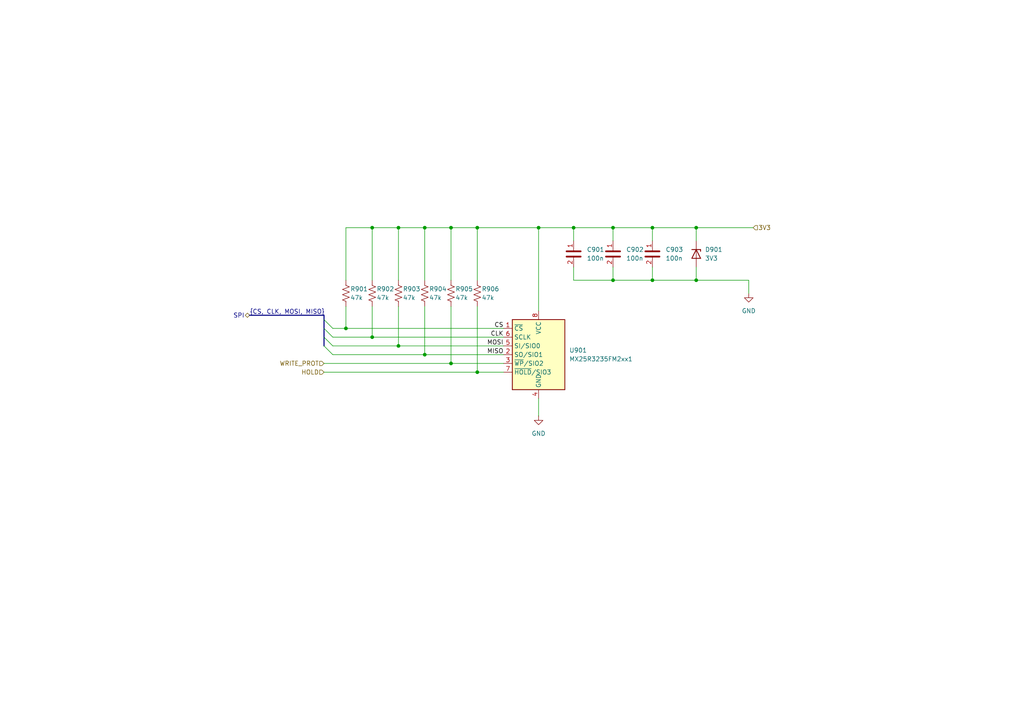
<source format=kicad_sch>
(kicad_sch (version 20250114) (generator "eeschema") (generator_version "9.0")
  (paper "A4")
  (lib_symbols
    (symbol "Memory_Flash:MX25R3235FM2xx1"
      (property "Reference" "U" (at -5.08 11.43 0))
      (property "Value" "MX25R3235FM2xx1" (at 11.43 11.43 0))
      (symbol "MX25R3235FM2xx1_0_1"
        (rectangle (start -7.62 10.16) (end 7.62 -10.16) (stroke (width 0.254)) (fill (type background)))
      )
      (symbol "MX25R3235FM2xx1_1_1"
        (pin input line (at -10.16 7.62 0) (length 2.54) (name "~{CS}") (number "1"))
        (pin input line (at -10.16 5.08 0) (length 2.54) (name "SCLK") (number "6"))
        (pin bidirectional line (at -10.16 2.54 0) (length 2.54) (name "SI/SIO0") (number "5"))
        (pin bidirectional line (at -10.16 0 0) (length 2.54) (name "SO/SIO1") (number "2"))
        (pin bidirectional line (at -10.16 -2.54 0) (length 2.54) (name "~{WP}/SIO2") (number "3"))
        (pin bidirectional line (at -10.16 -5.08 0) (length 2.54) (name "~{HOLD}/SIO3") (number "7"))
        (pin power_in line (at 0 12.7 270) (length 2.54) (name "VCC") (number "8"))
        (pin power_in line (at 0 -12.7 90) (length 2.54) (name "GND") (number "4"))
      )
    )
    (symbol "bfr_capacitors:CL05B104KB54PNC"
      (property "Reference" "C" (at 0 2.54 0))
      (property "Value" "100n" (at 1.27 2.54 0))
      (symbol "CL05B104KB54PNC_0_1"
        (polyline (pts (xy -2.032 0.762) (xy 2.032 0.762)) (stroke (width 0.508)))
        (polyline (pts (xy -2.032 -0.762) (xy 2.032 -0.762)) (stroke (width 0.508)))
      )
      (symbol "CL05B104KB54PNC_1_1"
        (pin passive line (at 0 3.81 270) (length 2.794) (name "~") (number "1"))
        (pin passive line (at 0 -3.81 90) (length 2.794) (name "~") (number "2"))
      )
    )
    (symbol "bfr_diodes:BZT52C3V3" (pin_numbers (hide yes)) (pin_names (offset 1.016) (hide yes))
      (property "Reference" "D" (at 0 2.54 0))
      (property "Value" "3V3" (at 0 -2.54 0))
      (symbol "BZT52C3V3_0_1"
        (polyline (pts (xy -1.27 1.27) (xy -1.27 1.27) (xy -1.27 1.27) (xy -1.27 -1.27) (xy -1.27 -1.27) (xy -1.27 -1.27)) (stroke (width 0.254)))
        (polyline (pts (xy 1.27 1.27) (xy 1.27 -1.27) (xy -1.27 0) (xy 1.27 1.27)) (stroke (width 0.254)))
        (polyline (pts (xy 1.27 0) (xy -1.27 0)))
      )
      (symbol "BZT52C3V3_1_1"
        (polyline (pts (xy -1.27 1.27) (xy -0.762 1.27)) (stroke (width 0.254)))
        (pin passive line (at -3.81 0 0) (length 2.54) (name "K") (number "1"))
        (pin passive line (at 3.81 0 180) (length 2.54) (name "A") (number "2"))
      )
    )
    (symbol "bfr_resistors:RMCF0402FT47K0" (pin_numbers (hide yes))
      (property "Reference" "R" (at 0 2.54 0))
      (property "Value" "47k" (at 1.27 2.54 0))
      (symbol "RMCF0402FT47K0_0_1"
        (polyline (pts (xy -2.286 0) (xy -2.54 0)))
        (polyline (pts (xy -2.286 0) (xy -1.905 1.016) (xy -1.524 0) (xy -1.143 -1.016) (xy -0.762 0)))
        (polyline (pts (xy -0.762 0) (xy -0.381 1.016) (xy 0 0) (xy 0.381 -1.016) (xy 0.762 0)))
        (polyline (pts (xy 0.762 0) (xy 1.143 1.016) (xy 1.524 0) (xy 1.905 -1.016) (xy 2.286 0)))
        (polyline (pts (xy 2.286 0) (xy 2.54 0)))
      )
      (symbol "RMCF0402FT47K0_1_1"
        (pin passive line (at -3.81 0 0) (length 1.27) (name "~") (number "1"))
        (pin passive line (at 3.81 0 180) (length 1.27) (name "~") (number "2"))
      )
    )
    (symbol "power:GND" (power) (pin_numbers (hide yes)) (pin_names (offset 0) (hide yes))
      (property "Value" "GND" (at 0 -3.81 0))
      (symbol "GND_0_1"
        (polyline (pts (xy 0 0) (xy 0 -1.27) (xy 1.27 -1.27) (xy 0 -2.54) (xy -1.27 -1.27) (xy 0 -1.27)))
      )
      (symbol "GND_1_1"
        (pin power_in line (at 0 0 270) (length 0) (name "~") (number "1"))
      )
    )
  )
  (junction (at 201.93 81.28))
  (junction (at 138.43 107.95))
  (junction (at 130.81 105.41))
  (junction (at 107.95 66.04))
  (junction (at 123.19 66.04))
  (junction (at 156.21 66.04))
  (junction (at 100.33 95.25))
  (junction (at 123.19 102.87))
  (junction (at 107.95 97.79))
  (junction (at 130.81 66.04))
  (junction (at 177.8 66.04))
  (junction (at 138.43 66.04))
  (junction (at 177.8 81.28))
  (junction (at 189.23 66.04))
  (junction (at 201.93 66.04))
  (junction (at 115.57 66.04))
  (junction (at 115.57 100.33))
  (junction (at 166.37 66.04))
  (junction (at 189.23 81.28))
  (bus_entry (at 93.98 92.71) (size 2.54 2.54))
  (bus_entry (at 93.98 97.79) (size 2.54 2.54))
  (bus_entry (at 93.98 100.33) (size 2.54 2.54))
  (bus_entry (at 93.98 95.25) (size 2.54 2.54))
  (bus (pts (xy 93.98 92.71) (xy 93.98 95.25)))
  (wire (pts (xy 138.43 107.95) (xy 146.05 107.95)))
  (wire (pts (xy 107.95 88.9) (xy 107.95 97.79)))
  (wire (pts (xy 96.52 95.25) (xy 100.33 95.25)))
  (wire (pts (xy 138.43 66.04) (xy 156.21 66.04)))
  (wire (pts (xy 156.21 90.17) (xy 156.21 66.04)))
  (wire (pts (xy 100.33 95.25) (xy 146.05 95.25)))
  (wire (pts (xy 166.37 66.04) (xy 166.37 69.85)))
  (wire (pts (xy 115.57 81.28) (xy 115.57 66.04)))
  (wire (pts (xy 107.95 97.79) (xy 146.05 97.79)))
  (wire (pts (xy 156.21 66.04) (xy 166.37 66.04)))
  (wire (pts (xy 100.33 66.04) (xy 100.33 81.28)))
  (wire (pts (xy 123.19 66.04) (xy 130.81 66.04)))
  (wire (pts (xy 189.23 77.47) (xy 189.23 81.28)))
  (wire (pts (xy 189.23 81.28) (xy 201.93 81.28)))
  (wire (pts (xy 123.19 88.9) (xy 123.19 102.87)))
  (wire (pts (xy 177.8 66.04) (xy 189.23 66.04)))
  (wire (pts (xy 115.57 66.04) (xy 123.19 66.04)))
  (wire (pts (xy 217.17 85.09) (xy 217.17 81.28)))
  (bus (pts (xy 93.98 97.79) (xy 93.98 100.33)))
  (wire (pts (xy 201.93 69.85) (xy 201.93 66.04)))
  (wire (pts (xy 156.21 120.65) (xy 156.21 115.57)))
  (bus (pts (xy 93.98 91.44) (xy 93.98 92.71)))
  (bus (pts (xy 93.98 95.25) (xy 93.98 97.79)))
  (wire (pts (xy 189.23 66.04) (xy 189.23 69.85)))
  (wire (pts (xy 177.8 77.47) (xy 177.8 81.28)))
  (wire (pts (xy 115.57 88.9) (xy 115.57 100.33)))
  (wire (pts (xy 115.57 100.33) (xy 146.05 100.33)))
  (wire (pts (xy 130.81 105.41) (xy 146.05 105.41)))
  (wire (pts (xy 138.43 81.28) (xy 138.43 66.04)))
  (wire (pts (xy 100.33 66.04) (xy 107.95 66.04)))
  (wire (pts (xy 189.23 81.28) (xy 177.8 81.28)))
  (wire (pts (xy 96.52 102.87) (xy 123.19 102.87)))
  (wire (pts (xy 217.17 81.28) (xy 201.93 81.28)))
  (wire (pts (xy 107.95 66.04) (xy 107.95 81.28)))
  (wire (pts (xy 189.23 66.04) (xy 201.93 66.04)))
  (wire (pts (xy 100.33 88.9) (xy 100.33 95.25)))
  (wire (pts (xy 130.81 66.04) (xy 138.43 66.04)))
  (wire (pts (xy 96.52 100.33) (xy 115.57 100.33)))
  (wire (pts (xy 138.43 88.9) (xy 138.43 107.95)))
  (wire (pts (xy 93.98 105.41) (xy 130.81 105.41)))
  (wire (pts (xy 201.93 81.28) (xy 201.93 77.47)))
  (wire (pts (xy 166.37 81.28) (xy 177.8 81.28)))
  (wire (pts (xy 107.95 66.04) (xy 115.57 66.04)))
  (wire (pts (xy 93.98 107.95) (xy 138.43 107.95)))
  (wire (pts (xy 96.52 97.79) (xy 107.95 97.79)))
  (wire (pts (xy 166.37 77.47) (xy 166.37 81.28)))
  (wire (pts (xy 166.37 66.04) (xy 177.8 66.04)))
  (wire (pts (xy 201.93 66.04) (xy 218.44 66.04)))
  (wire (pts (xy 130.81 81.28) (xy 130.81 66.04)))
  (bus (pts (xy 72.39 91.44) (xy 93.98 91.44)))
  (wire (pts (xy 130.81 88.9) (xy 130.81 105.41)))
  (wire (pts (xy 177.8 66.04) (xy 177.8 69.85)))
  (wire (pts (xy 123.19 102.87) (xy 146.05 102.87)))
  (wire (pts (xy 123.19 81.28) (xy 123.19 66.04)))
  (label "CS" (at 146.05 95.25 180))
  (label "CLK" (at 146.05 97.79 180))
  (label "{CS, CLK, MOSI, MISO}" (at 72.39 91.44 0))
  (label "MISO" (at 146.05 102.87 180))
  (label "MOSI" (at 146.05 100.33 180))
  (hierarchical_label "SPI" (shape bidirectional) (at 72.39 91.44 180))
  (hierarchical_label "HOLD" (shape input) (at 93.98 107.95 180))
  (hierarchical_label "3V3" (shape input) (at 218.44 66.04 0))
  (hierarchical_label "WRITE_PROT" (shape input) (at 93.98 105.41 180))
  (symbol (lib_id "bfr_resistors:RMCF0402FT47K0") (at 107.95 85.09 90) (unit 1)
    (property "Reference" "R902" (at 109.22 83.82 90) (effects (justify right)))
    (property "Value" "47k" (at 109.22 86.36 90) (effects (justify right)))
    (property "Footprint" "Resistor_SMD:R_0402_1005Metric_Pad0.72x0.64mm_HandSolder" (effects (hide yes)))
    (property "Datasheet" "https://www.seielect.com/catalog/sei-rmcf_rmcp.pdf" (effects (hide yes)))
    (property "Description" "47kΩ 0402 JLCPCB Basic Resistor" (effects (hide yes)))
    (property "Sim.Device" "SUBCKT" (effects (hide yes)))
    (property "Sim.Pins" "1=P1 2=P2" (effects (hide yes)))
    (property "Sim.Library" "${BFRUH_DIR}/Electronics/spice_models/bfr_resistors/RMCF0402FT47K0.lib" (effects (hide yes)))
    (property "Sim.Name" "RMCF0402FT47K0" (effects (hide yes)))
    (property "Pretty Name" "47kΩ 0402 Resistor" (effects (hide yes)))
    (property "Order From" "LCSC" (effects (hide yes)))
    (property "Digikey P/N" "RMCF0402FT47K0CT-ND" (effects (hide yes)))
    (property "Mouser P/N" "708-RMCF0402FT47K0" (effects (hide yes)))
    (property "LCSC P/N" "C25792" (effects (hide yes)))
    (property "JLCPCB Basic Part" "Yes" (effects (hide yes)))
    (property "Created by" "resistor_generator.py script using jlcbasic_0402_1206_resistor_spec.txt" (effects (hide yes)))
  )
  (symbol (lib_id "bfr_resistors:RMCF0402FT47K0") (at 115.57 85.09 90) (unit 1)
    (property "Reference" "R903" (at 116.84 83.82 90) (effects (justify right)))
    (property "Value" "47k" (at 116.84 86.36 90) (effects (justify right)))
    (property "Footprint" "Resistor_SMD:R_0402_1005Metric_Pad0.72x0.64mm_HandSolder" (effects (hide yes)))
    (property "Datasheet" "https://www.seielect.com/catalog/sei-rmcf_rmcp.pdf" (effects (hide yes)))
    (property "Description" "47kΩ 0402 JLCPCB Basic Resistor" (effects (hide yes)))
    (property "Sim.Device" "SUBCKT" (effects (hide yes)))
    (property "Sim.Pins" "1=P1 2=P2" (effects (hide yes)))
    (property "Sim.Library" "${BFRUH_DIR}/Electronics/spice_models/bfr_resistors/RMCF0402FT47K0.lib" (effects (hide yes)))
    (property "Sim.Name" "RMCF0402FT47K0" (effects (hide yes)))
    (property "Pretty Name" "47kΩ 0402 Resistor" (effects (hide yes)))
    (property "Order From" "LCSC" (effects (hide yes)))
    (property "Digikey P/N" "RMCF0402FT47K0CT-ND" (effects (hide yes)))
    (property "Mouser P/N" "708-RMCF0402FT47K0" (effects (hide yes)))
    (property "LCSC P/N" "C25792" (effects (hide yes)))
    (property "JLCPCB Basic Part" "Yes" (effects (hide yes)))
    (property "Created by" "resistor_generator.py script using jlcbasic_0402_1206_resistor_spec.txt" (effects (hide yes)))
  )
  (symbol (lib_id "bfr_capacitors:CL05B104KB54PNC") (at 189.23 73.66 0) (unit 1)
    (property "Reference" "C903" (at 193.04 72.3899 0) (effects (justify left)))
    (property "Value" "100n" (at 193.04 74.9299 0) (effects (justify left)))
    (property "Footprint" "Capacitor_SMD:C_0402_1005Metric_Pad0.74x0.62mm_HandSolder" (effects (hide yes)))
    (property "Description" "100nF±10% X7R 50V JLCPCB Basic 0402 Capacitor" (effects (hide yes)))
    (property "Sim.Device" "SUBCKT" (effects (hide yes)))
    (property "Sim.Pins" "1=P1 2=P2" (effects (hide yes)))
    (property "Sim.Library" "${BFRUH_DIR}/Electronics/spice_models/bfr_capacitors/CL05B104KB54PNC.lib" (effects (hide yes)))
    (property "Sim.Name" "CL05B104KB54PNC" (effects (hide yes)))
    (property "Pretty Name" "100nF X7R 50V 0402 Capacitor" (effects (hide yes)))
    (property "Order From" "LCSC" (effects (hide yes)))
    (property "LCSC P/N" "C307331" (effects (hide yes)))
    (property "JLCPCB Basic Part" "Yes" (effects (hide yes)))
    (property "Created by" "capacitor_generator.py script using jlcbasic_additional_capacitor_spec.txt" (effects (hide yes)))
  )
  (symbol (lib_id "Memory_Flash:MX25R3235FM2xx1") (at 156.21 102.87 0) (unit 1)
    (property "Reference" "U901" (at 165.1 101.5999 0) (effects (justify left)))
    (property "Value" "MX25R3235FM2xx1" (at 165.1 104.1399 0) (effects (justify left)))
    (property "Footprint" "Package_SO:SOIC-8_5.3x5.3mm_P1.27mm" (effects (hide yes)))
    (property "Datasheet" "https://www.macronix.com/Lists/Datasheet/Attachments/8755/MX25R3235F,%20Wide%20Range,%2032Mb,%20v1.8.pdf" (effects (hide yes)))
    (property "Description" "32-Mbit, Wide Range Voltage SPI Serial Flash Memory, SOIC-8 (SOP-8, 208 mil)" (effects (hide yes)))
    (property "Manufacturer P/N" "MX25R3235FM2IL0" (effects (hide yes)))
    (property "Manufacturer" "Macronix" (effects (hide yes)))
    (property "Digikey P/N" "MX25R3235FM2IL0-ND" (effects (hide yes)))
    (property "Mouser P/N" "95-25R3235FM2IL0TR " (effects (hide yes)))
    (property "LCSC P/N" "C2802828" (effects (hide yes)))
    (property "JLC Basic Part" "No" (effects (hide yes)))
    (property "Order From" "Digikey" (effects (hide yes)))
    (property "Created By" "Manual Entry" (effects (hide yes)))
  )
  (symbol (lib_id "power:GND") (at 217.17 85.09 0) (unit 1)
    (property "Reference" "#PWR0902" (effects (hide yes)))
    (property "Value" "GND" (at 217.17 90.17 0))
    (property "Description" "Power symbol creates a global label with name \"GND\" , ground" (effects (hide yes)))
  )
  (symbol (lib_id "bfr_resistors:RMCF0402FT47K0") (at 100.33 85.09 90) (unit 1)
    (property "Reference" "R901" (at 101.6 83.82 90) (effects (justify right)))
    (property "Value" "47k" (at 101.6 86.36 90) (effects (justify right)))
    (property "Footprint" "Resistor_SMD:R_0402_1005Metric_Pad0.72x0.64mm_HandSolder" (effects (hide yes)))
    (property "Datasheet" "https://www.seielect.com/catalog/sei-rmcf_rmcp.pdf" (effects (hide yes)))
    (property "Description" "47kΩ 0402 JLCPCB Basic Resistor" (effects (hide yes)))
    (property "Sim.Device" "SUBCKT" (effects (hide yes)))
    (property "Sim.Pins" "1=P1 2=P2" (effects (hide yes)))
    (property "Sim.Library" "${BFRUH_DIR}/Electronics/spice_models/bfr_resistors/RMCF0402FT47K0.lib" (effects (hide yes)))
    (property "Sim.Name" "RMCF0402FT47K0" (effects (hide yes)))
    (property "Pretty Name" "47kΩ 0402 Resistor" (effects (hide yes)))
    (property "Order From" "LCSC" (effects (hide yes)))
    (property "Digikey P/N" "RMCF0402FT47K0CT-ND" (effects (hide yes)))
    (property "Mouser P/N" "708-RMCF0402FT47K0" (effects (hide yes)))
    (property "LCSC P/N" "C25792" (effects (hide yes)))
    (property "JLCPCB Basic Part" "Yes" (effects (hide yes)))
    (property "Created by" "resistor_generator.py script using jlcbasic_0402_1206_resistor_spec.txt" (effects (hide yes)))
  )
  (symbol (lib_id "bfr_capacitors:CL05B104KB54PNC") (at 177.8 73.66 0) (unit 1)
    (property "Reference" "C902" (at 181.61 72.3899 0) (effects (justify left)))
    (property "Value" "100n" (at 181.61 74.9299 0) (effects (justify left)))
    (property "Footprint" "Capacitor_SMD:C_0402_1005Metric_Pad0.74x0.62mm_HandSolder" (effects (hide yes)))
    (property "Description" "100nF±10% X7R 50V JLCPCB Basic 0402 Capacitor" (effects (hide yes)))
    (property "Sim.Device" "SUBCKT" (effects (hide yes)))
    (property "Sim.Pins" "1=P1 2=P2" (effects (hide yes)))
    (property "Sim.Library" "${BFRUH_DIR}/Electronics/spice_models/bfr_capacitors/CL05B104KB54PNC.lib" (effects (hide yes)))
    (property "Sim.Name" "CL05B104KB54PNC" (effects (hide yes)))
    (property "Pretty Name" "100nF X7R 50V 0402 Capacitor" (effects (hide yes)))
    (property "Order From" "LCSC" (effects (hide yes)))
    (property "LCSC P/N" "C307331" (effects (hide yes)))
    (property "JLCPCB Basic Part" "Yes" (effects (hide yes)))
    (property "Created by" "capacitor_generator.py script using jlcbasic_additional_capacitor_spec.txt" (effects (hide yes)))
  )
  (symbol (lib_id "power:GND") (at 156.21 120.65 0) (unit 1)
    (property "Reference" "#PWR0901" (effects (hide yes)))
    (property "Value" "GND" (at 156.21 125.73 0))
    (property "Description" "Power symbol creates a global label with name \"GND\" , ground" (effects (hide yes)))
  )
  (symbol (lib_id "bfr_resistors:RMCF0402FT47K0") (at 130.81 85.09 90) (unit 1)
    (property "Reference" "R905" (at 132.08 83.82 90) (effects (justify right)))
    (property "Value" "47k" (at 132.08 86.36 90) (effects (justify right)))
    (property "Footprint" "Resistor_SMD:R_0402_1005Metric_Pad0.72x0.64mm_HandSolder" (effects (hide yes)))
    (property "Datasheet" "https://www.seielect.com/catalog/sei-rmcf_rmcp.pdf" (effects (hide yes)))
    (property "Description" "47kΩ 0402 JLCPCB Basic Resistor" (effects (hide yes)))
    (property "Sim.Device" "SUBCKT" (effects (hide yes)))
    (property "Sim.Pins" "1=P1 2=P2" (effects (hide yes)))
    (property "Sim.Library" "${BFRUH_DIR}/Electronics/spice_models/bfr_resistors/RMCF0402FT47K0.lib" (effects (hide yes)))
    (property "Sim.Name" "RMCF0402FT47K0" (effects (hide yes)))
    (property "Pretty Name" "47kΩ 0402 Resistor" (effects (hide yes)))
    (property "Order From" "LCSC" (effects (hide yes)))
    (property "Digikey P/N" "RMCF0402FT47K0CT-ND" (effects (hide yes)))
    (property "Mouser P/N" "708-RMCF0402FT47K0" (effects (hide yes)))
    (property "LCSC P/N" "C25792" (effects (hide yes)))
    (property "JLCPCB Basic Part" "Yes" (effects (hide yes)))
    (property "Created by" "resistor_generator.py script using jlcbasic_0402_1206_resistor_spec.txt" (effects (hide yes)))
  )
  (symbol (lib_id "bfr_resistors:RMCF0402FT47K0") (at 123.19 85.09 90) (unit 1)
    (property "Reference" "R904" (at 124.46 83.82 90) (effects (justify right)))
    (property "Value" "47k" (at 124.46 86.36 90) (effects (justify right)))
    (property "Footprint" "Resistor_SMD:R_0402_1005Metric_Pad0.72x0.64mm_HandSolder" (effects (hide yes)))
    (property "Datasheet" "https://www.seielect.com/catalog/sei-rmcf_rmcp.pdf" (effects (hide yes)))
    (property "Description" "47kΩ 0402 JLCPCB Basic Resistor" (effects (hide yes)))
    (property "Sim.Device" "SUBCKT" (effects (hide yes)))
    (property "Sim.Pins" "1=P1 2=P2" (effects (hide yes)))
    (property "Sim.Library" "${BFRUH_DIR}/Electronics/spice_models/bfr_resistors/RMCF0402FT47K0.lib" (effects (hide yes)))
    (property "Sim.Name" "RMCF0402FT47K0" (effects (hide yes)))
    (property "Pretty Name" "47kΩ 0402 Resistor" (effects (hide yes)))
    (property "Order From" "LCSC" (effects (hide yes)))
    (property "Digikey P/N" "RMCF0402FT47K0CT-ND" (effects (hide yes)))
    (property "Mouser P/N" "708-RMCF0402FT47K0" (effects (hide yes)))
    (property "LCSC P/N" "C25792" (effects (hide yes)))
    (property "JLCPCB Basic Part" "Yes" (effects (hide yes)))
    (property "Created by" "resistor_generator.py script using jlcbasic_0402_1206_resistor_spec.txt" (effects (hide yes)))
  )
  (symbol (lib_id "bfr_diodes:BZT52C3V3") (at 201.93 73.66 270) (unit 1)
    (property "Reference" "D901" (at 204.47 72.3899 90) (effects (justify left)))
    (property "Value" "3V3" (at 204.47 74.9299 90) (effects (justify left)))
    (property "Footprint" "Diode_SMD:D_SOD-123" (effects (hide yes)))
    (property "Datasheet" "https://mm.digikey.com/Volume0/opasdata/d220001/medias/docus/6778/5399_BZT52C3V3%20SOD-123.PDF" (effects (hide yes)))
    (property "Description" "3V3 SOD-123 Zener Diode 500mW" (effects (hide yes)))
    (property "Manufacturer P/N" "BZT52C3V3" (effects (hide yes)))
    (property "Manufacturer" "Shenzhen Slkormicro Semicon Co., Ltd." (effects (hide yes)))
    (property "Digikey P/N" "5399-BZT52C3V3TR-ND" (effects (hide yes)))
    (property "Mouser P/N" "637-BZT52C3V3 " (effects (hide yes)))
    (property "LCSC P/N" "C2112" (effects (hide yes)))
    (property "JLCPCB Basic Part" "No" (effects (hide yes)))
    (property "JLC Basic Part" "NO" (effects (hide yes)))
    (property "Order From" "LCSC" (effects (hide yes)))
    (property "Pretty Name" "10V SOD-123 Zener Diode" (effects (hide yes)))
    (property "Sim.Library" "${BFRUH_DIR}\\Electronics\\spice_models\\bfr_diodes\\BZT52C10.lib" (effects (hide yes)))
    (property "Sim.Name" "BZT52C10" (effects (hide yes)))
    (property "Sim.Device" "SUBCKT" (effects (hide yes)))
    (property "Sim.Pins" "1=2 2=1" (effects (hide yes)))
    (property "Created by" "Manual Entry" (effects (hide yes)))
  )
  (symbol (lib_id "bfr_resistors:RMCF0402FT47K0") (at 138.43 85.09 90) (unit 1)
    (property "Reference" "R906" (at 139.7 83.82 90) (effects (justify right)))
    (property "Value" "47k" (at 139.7 86.36 90) (effects (justify right)))
    (property "Footprint" "Resistor_SMD:R_0402_1005Metric_Pad0.72x0.64mm_HandSolder" (effects (hide yes)))
    (property "Datasheet" "https://www.seielect.com/catalog/sei-rmcf_rmcp.pdf" (effects (hide yes)))
    (property "Description" "47kΩ 0402 JLCPCB Basic Resistor" (effects (hide yes)))
    (property "Sim.Device" "SUBCKT" (effects (hide yes)))
    (property "Sim.Pins" "1=P1 2=P2" (effects (hide yes)))
    (property "Sim.Library" "${BFRUH_DIR}/Electronics/spice_models/bfr_resistors/RMCF0402FT47K0.lib" (effects (hide yes)))
    (property "Sim.Name" "RMCF0402FT47K0" (effects (hide yes)))
    (property "Pretty Name" "47kΩ 0402 Resistor" (effects (hide yes)))
    (property "Order From" "LCSC" (effects (hide yes)))
    (property "Digikey P/N" "RMCF0402FT47K0CT-ND" (effects (hide yes)))
    (property "Mouser P/N" "708-RMCF0402FT47K0" (effects (hide yes)))
    (property "LCSC P/N" "C25792" (effects (hide yes)))
    (property "JLCPCB Basic Part" "Yes" (effects (hide yes)))
    (property "Created by" "resistor_generator.py script using jlcbasic_0402_1206_resistor_spec.txt" (effects (hide yes)))
  )
  (symbol (lib_id "bfr_capacitors:CL05B104KB54PNC") (at 166.37 73.66 0) (unit 1)
    (property "Reference" "C901" (at 170.18 72.3899 0) (effects (justify left)))
    (property "Value" "100n" (at 170.18 74.9299 0) (effects (justify left)))
    (property "Footprint" "Capacitor_SMD:C_0402_1005Metric_Pad0.74x0.62mm_HandSolder" (effects (hide yes)))
    (property "Description" "100nF±10% X7R 50V JLCPCB Basic 0402 Capacitor" (effects (hide yes)))
    (property "Sim.Device" "SUBCKT" (effects (hide yes)))
    (property "Sim.Pins" "1=P1 2=P2" (effects (hide yes)))
    (property "Sim.Library" "${BFRUH_DIR}/Electronics/spice_models/bfr_capacitors/CL05B104KB54PNC.lib" (effects (hide yes)))
    (property "Sim.Name" "CL05B104KB54PNC" (effects (hide yes)))
    (property "Pretty Name" "100nF X7R 50V 0402 Capacitor" (effects (hide yes)))
    (property "Order From" "LCSC" (effects (hide yes)))
    (property "LCSC P/N" "C307331" (effects (hide yes)))
    (property "JLCPCB Basic Part" "Yes" (effects (hide yes)))
    (property "Created by" "capacitor_generator.py script using jlcbasic_additional_capacitor_spec.txt" (effects (hide yes)))
  )
)
</source>
